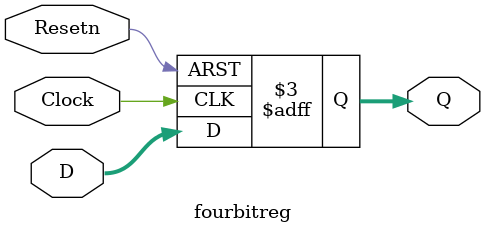
<source format=v>
module fourbitreg (D, Clock, Resetn, Q);
	input [3:0] D;
	input Clock, Resetn;
	output reg [3:0] Q;
	
	always @(posedge Clock, negedge Resetn)
		if (Resetn == 0)
			Q <= 4'b0000;
		else
			Q <= D;
endmodule
</source>
